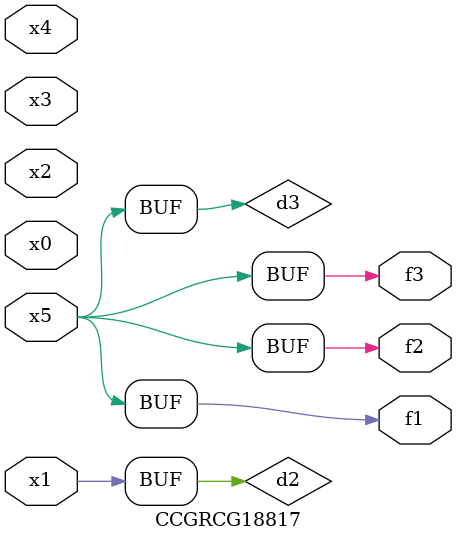
<source format=v>
module CCGRCG18817(
	input x0, x1, x2, x3, x4, x5,
	output f1, f2, f3
);

	wire d1, d2, d3;

	not (d1, x5);
	or (d2, x1);
	xnor (d3, d1);
	assign f1 = d3;
	assign f2 = d3;
	assign f3 = d3;
endmodule

</source>
